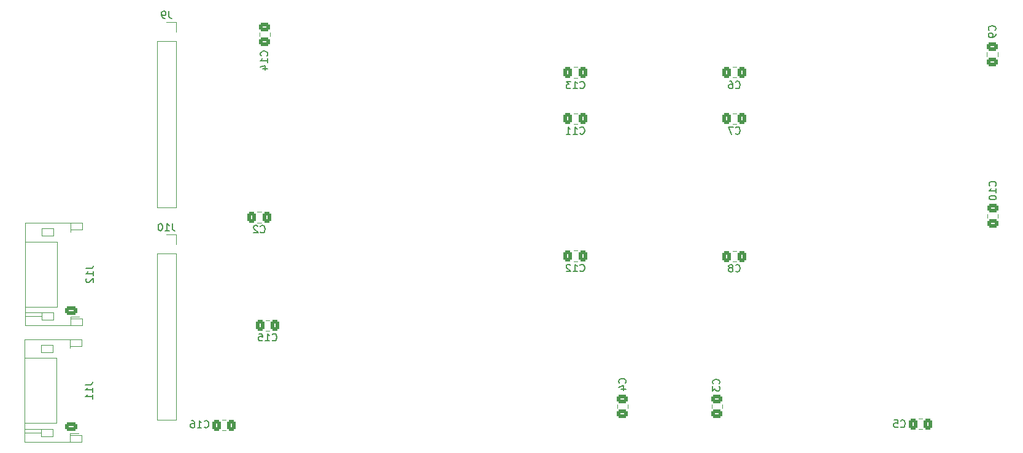
<source format=gbo>
G04 #@! TF.GenerationSoftware,KiCad,Pcbnew,8.0.9*
G04 #@! TF.CreationDate,2025-04-09T11:12:09-04:00*
G04 #@! TF.ProjectId,RAMEXPB_V3,52414d45-5850-4425-9f56-332e6b696361,rev?*
G04 #@! TF.SameCoordinates,Original*
G04 #@! TF.FileFunction,Legend,Bot*
G04 #@! TF.FilePolarity,Positive*
%FSLAX46Y46*%
G04 Gerber Fmt 4.6, Leading zero omitted, Abs format (unit mm)*
G04 Created by KiCad (PCBNEW 8.0.9) date 2025-04-09 11:12:09*
%MOMM*%
%LPD*%
G01*
G04 APERTURE LIST*
G04 Aperture macros list*
%AMRoundRect*
0 Rectangle with rounded corners*
0 $1 Rounding radius*
0 $2 $3 $4 $5 $6 $7 $8 $9 X,Y pos of 4 corners*
0 Add a 4 corners polygon primitive as box body*
4,1,4,$2,$3,$4,$5,$6,$7,$8,$9,$2,$3,0*
0 Add four circle primitives for the rounded corners*
1,1,$1+$1,$2,$3*
1,1,$1+$1,$4,$5*
1,1,$1+$1,$6,$7*
1,1,$1+$1,$8,$9*
0 Add four rect primitives between the rounded corners*
20,1,$1+$1,$2,$3,$4,$5,0*
20,1,$1+$1,$4,$5,$6,$7,0*
20,1,$1+$1,$6,$7,$8,$9,0*
20,1,$1+$1,$8,$9,$2,$3,0*%
G04 Aperture macros list end*
%ADD10C,0.150000*%
%ADD11C,0.120000*%
%ADD12C,3.200000*%
%ADD13RoundRect,0.250000X-0.337500X-0.475000X0.337500X-0.475000X0.337500X0.475000X-0.337500X0.475000X0*%
%ADD14R,1.700000X1.700000*%
%ADD15O,1.700000X1.700000*%
%ADD16RoundRect,0.250000X0.475000X-0.337500X0.475000X0.337500X-0.475000X0.337500X-0.475000X-0.337500X0*%
%ADD17RoundRect,0.250000X-0.475000X0.337500X-0.475000X-0.337500X0.475000X-0.337500X0.475000X0.337500X0*%
%ADD18RoundRect,0.250000X0.337500X0.475000X-0.337500X0.475000X-0.337500X-0.475000X0.337500X-0.475000X0*%
%ADD19RoundRect,0.250000X0.625000X-0.350000X0.625000X0.350000X-0.625000X0.350000X-0.625000X-0.350000X0*%
%ADD20O,1.750000X1.200000*%
G04 APERTURE END LIST*
D10*
X173621666Y-115744580D02*
X173669285Y-115792200D01*
X173669285Y-115792200D02*
X173812142Y-115839819D01*
X173812142Y-115839819D02*
X173907380Y-115839819D01*
X173907380Y-115839819D02*
X174050237Y-115792200D01*
X174050237Y-115792200D02*
X174145475Y-115696961D01*
X174145475Y-115696961D02*
X174193094Y-115601723D01*
X174193094Y-115601723D02*
X174240713Y-115411247D01*
X174240713Y-115411247D02*
X174240713Y-115268390D01*
X174240713Y-115268390D02*
X174193094Y-115077914D01*
X174193094Y-115077914D02*
X174145475Y-114982676D01*
X174145475Y-114982676D02*
X174050237Y-114887438D01*
X174050237Y-114887438D02*
X173907380Y-114839819D01*
X173907380Y-114839819D02*
X173812142Y-114839819D01*
X173812142Y-114839819D02*
X173669285Y-114887438D01*
X173669285Y-114887438D02*
X173621666Y-114935057D01*
X172764523Y-114839819D02*
X172954999Y-114839819D01*
X172954999Y-114839819D02*
X173050237Y-114887438D01*
X173050237Y-114887438D02*
X173097856Y-114935057D01*
X173097856Y-114935057D02*
X173193094Y-115077914D01*
X173193094Y-115077914D02*
X173240713Y-115268390D01*
X173240713Y-115268390D02*
X173240713Y-115649342D01*
X173240713Y-115649342D02*
X173193094Y-115744580D01*
X173193094Y-115744580D02*
X173145475Y-115792200D01*
X173145475Y-115792200D02*
X173050237Y-115839819D01*
X173050237Y-115839819D02*
X172859761Y-115839819D01*
X172859761Y-115839819D02*
X172764523Y-115792200D01*
X172764523Y-115792200D02*
X172716904Y-115744580D01*
X172716904Y-115744580D02*
X172669285Y-115649342D01*
X172669285Y-115649342D02*
X172669285Y-115411247D01*
X172669285Y-115411247D02*
X172716904Y-115316009D01*
X172716904Y-115316009D02*
X172764523Y-115268390D01*
X172764523Y-115268390D02*
X172859761Y-115220771D01*
X172859761Y-115220771D02*
X173050237Y-115220771D01*
X173050237Y-115220771D02*
X173145475Y-115268390D01*
X173145475Y-115268390D02*
X173193094Y-115316009D01*
X173193094Y-115316009D02*
X173240713Y-115411247D01*
X95443333Y-105154819D02*
X95443333Y-105869104D01*
X95443333Y-105869104D02*
X95490952Y-106011961D01*
X95490952Y-106011961D02*
X95586190Y-106107200D01*
X95586190Y-106107200D02*
X95729047Y-106154819D01*
X95729047Y-106154819D02*
X95824285Y-106154819D01*
X94919523Y-106154819D02*
X94729047Y-106154819D01*
X94729047Y-106154819D02*
X94633809Y-106107200D01*
X94633809Y-106107200D02*
X94586190Y-106059580D01*
X94586190Y-106059580D02*
X94490952Y-105916723D01*
X94490952Y-105916723D02*
X94443333Y-105726247D01*
X94443333Y-105726247D02*
X94443333Y-105345295D01*
X94443333Y-105345295D02*
X94490952Y-105250057D01*
X94490952Y-105250057D02*
X94538571Y-105202438D01*
X94538571Y-105202438D02*
X94633809Y-105154819D01*
X94633809Y-105154819D02*
X94824285Y-105154819D01*
X94824285Y-105154819D02*
X94919523Y-105202438D01*
X94919523Y-105202438D02*
X94967142Y-105250057D01*
X94967142Y-105250057D02*
X95014761Y-105345295D01*
X95014761Y-105345295D02*
X95014761Y-105583390D01*
X95014761Y-105583390D02*
X94967142Y-105678628D01*
X94967142Y-105678628D02*
X94919523Y-105726247D01*
X94919523Y-105726247D02*
X94824285Y-105773866D01*
X94824285Y-105773866D02*
X94633809Y-105773866D01*
X94633809Y-105773866D02*
X94538571Y-105726247D01*
X94538571Y-105726247D02*
X94490952Y-105678628D01*
X94490952Y-105678628D02*
X94443333Y-105583390D01*
X158404580Y-156448333D02*
X158452200Y-156400714D01*
X158452200Y-156400714D02*
X158499819Y-156257857D01*
X158499819Y-156257857D02*
X158499819Y-156162619D01*
X158499819Y-156162619D02*
X158452200Y-156019762D01*
X158452200Y-156019762D02*
X158356961Y-155924524D01*
X158356961Y-155924524D02*
X158261723Y-155876905D01*
X158261723Y-155876905D02*
X158071247Y-155829286D01*
X158071247Y-155829286D02*
X157928390Y-155829286D01*
X157928390Y-155829286D02*
X157737914Y-155876905D01*
X157737914Y-155876905D02*
X157642676Y-155924524D01*
X157642676Y-155924524D02*
X157547438Y-156019762D01*
X157547438Y-156019762D02*
X157499819Y-156162619D01*
X157499819Y-156162619D02*
X157499819Y-156257857D01*
X157499819Y-156257857D02*
X157547438Y-156400714D01*
X157547438Y-156400714D02*
X157595057Y-156448333D01*
X157833152Y-157305476D02*
X158499819Y-157305476D01*
X157452200Y-157067381D02*
X158166485Y-156829286D01*
X158166485Y-156829286D02*
X158166485Y-157448333D01*
X109697857Y-150554580D02*
X109745476Y-150602200D01*
X109745476Y-150602200D02*
X109888333Y-150649819D01*
X109888333Y-150649819D02*
X109983571Y-150649819D01*
X109983571Y-150649819D02*
X110126428Y-150602200D01*
X110126428Y-150602200D02*
X110221666Y-150506961D01*
X110221666Y-150506961D02*
X110269285Y-150411723D01*
X110269285Y-150411723D02*
X110316904Y-150221247D01*
X110316904Y-150221247D02*
X110316904Y-150078390D01*
X110316904Y-150078390D02*
X110269285Y-149887914D01*
X110269285Y-149887914D02*
X110221666Y-149792676D01*
X110221666Y-149792676D02*
X110126428Y-149697438D01*
X110126428Y-149697438D02*
X109983571Y-149649819D01*
X109983571Y-149649819D02*
X109888333Y-149649819D01*
X109888333Y-149649819D02*
X109745476Y-149697438D01*
X109745476Y-149697438D02*
X109697857Y-149745057D01*
X108745476Y-150649819D02*
X109316904Y-150649819D01*
X109031190Y-150649819D02*
X109031190Y-149649819D01*
X109031190Y-149649819D02*
X109126428Y-149792676D01*
X109126428Y-149792676D02*
X109221666Y-149887914D01*
X109221666Y-149887914D02*
X109316904Y-149935533D01*
X107840714Y-149649819D02*
X108316904Y-149649819D01*
X108316904Y-149649819D02*
X108364523Y-150126009D01*
X108364523Y-150126009D02*
X108316904Y-150078390D01*
X108316904Y-150078390D02*
X108221666Y-150030771D01*
X108221666Y-150030771D02*
X107983571Y-150030771D01*
X107983571Y-150030771D02*
X107888333Y-150078390D01*
X107888333Y-150078390D02*
X107840714Y-150126009D01*
X107840714Y-150126009D02*
X107793095Y-150221247D01*
X107793095Y-150221247D02*
X107793095Y-150459342D01*
X107793095Y-150459342D02*
X107840714Y-150554580D01*
X107840714Y-150554580D02*
X107888333Y-150602200D01*
X107888333Y-150602200D02*
X107983571Y-150649819D01*
X107983571Y-150649819D02*
X108221666Y-150649819D01*
X108221666Y-150649819D02*
X108316904Y-150602200D01*
X108316904Y-150602200D02*
X108364523Y-150554580D01*
X173621666Y-141034580D02*
X173669285Y-141082200D01*
X173669285Y-141082200D02*
X173812142Y-141129819D01*
X173812142Y-141129819D02*
X173907380Y-141129819D01*
X173907380Y-141129819D02*
X174050237Y-141082200D01*
X174050237Y-141082200D02*
X174145475Y-140986961D01*
X174145475Y-140986961D02*
X174193094Y-140891723D01*
X174193094Y-140891723D02*
X174240713Y-140701247D01*
X174240713Y-140701247D02*
X174240713Y-140558390D01*
X174240713Y-140558390D02*
X174193094Y-140367914D01*
X174193094Y-140367914D02*
X174145475Y-140272676D01*
X174145475Y-140272676D02*
X174050237Y-140177438D01*
X174050237Y-140177438D02*
X173907380Y-140129819D01*
X173907380Y-140129819D02*
X173812142Y-140129819D01*
X173812142Y-140129819D02*
X173669285Y-140177438D01*
X173669285Y-140177438D02*
X173621666Y-140225057D01*
X173050237Y-140558390D02*
X173145475Y-140510771D01*
X173145475Y-140510771D02*
X173193094Y-140463152D01*
X173193094Y-140463152D02*
X173240713Y-140367914D01*
X173240713Y-140367914D02*
X173240713Y-140320295D01*
X173240713Y-140320295D02*
X173193094Y-140225057D01*
X173193094Y-140225057D02*
X173145475Y-140177438D01*
X173145475Y-140177438D02*
X173050237Y-140129819D01*
X173050237Y-140129819D02*
X172859761Y-140129819D01*
X172859761Y-140129819D02*
X172764523Y-140177438D01*
X172764523Y-140177438D02*
X172716904Y-140225057D01*
X172716904Y-140225057D02*
X172669285Y-140320295D01*
X172669285Y-140320295D02*
X172669285Y-140367914D01*
X172669285Y-140367914D02*
X172716904Y-140463152D01*
X172716904Y-140463152D02*
X172764523Y-140510771D01*
X172764523Y-140510771D02*
X172859761Y-140558390D01*
X172859761Y-140558390D02*
X173050237Y-140558390D01*
X173050237Y-140558390D02*
X173145475Y-140606009D01*
X173145475Y-140606009D02*
X173193094Y-140653628D01*
X173193094Y-140653628D02*
X173240713Y-140748866D01*
X173240713Y-140748866D02*
X173240713Y-140939342D01*
X173240713Y-140939342D02*
X173193094Y-141034580D01*
X173193094Y-141034580D02*
X173145475Y-141082200D01*
X173145475Y-141082200D02*
X173050237Y-141129819D01*
X173050237Y-141129819D02*
X172859761Y-141129819D01*
X172859761Y-141129819D02*
X172764523Y-141082200D01*
X172764523Y-141082200D02*
X172716904Y-141034580D01*
X172716904Y-141034580D02*
X172669285Y-140939342D01*
X172669285Y-140939342D02*
X172669285Y-140748866D01*
X172669285Y-140748866D02*
X172716904Y-140653628D01*
X172716904Y-140653628D02*
X172764523Y-140606009D01*
X172764523Y-140606009D02*
X172859761Y-140558390D01*
X95919523Y-134454819D02*
X95919523Y-135169104D01*
X95919523Y-135169104D02*
X95967142Y-135311961D01*
X95967142Y-135311961D02*
X96062380Y-135407200D01*
X96062380Y-135407200D02*
X96205237Y-135454819D01*
X96205237Y-135454819D02*
X96300475Y-135454819D01*
X94919523Y-135454819D02*
X95490951Y-135454819D01*
X95205237Y-135454819D02*
X95205237Y-134454819D01*
X95205237Y-134454819D02*
X95300475Y-134597676D01*
X95300475Y-134597676D02*
X95395713Y-134692914D01*
X95395713Y-134692914D02*
X95490951Y-134740533D01*
X94300475Y-134454819D02*
X94205237Y-134454819D01*
X94205237Y-134454819D02*
X94109999Y-134502438D01*
X94109999Y-134502438D02*
X94062380Y-134550057D01*
X94062380Y-134550057D02*
X94014761Y-134645295D01*
X94014761Y-134645295D02*
X93967142Y-134835771D01*
X93967142Y-134835771D02*
X93967142Y-135073866D01*
X93967142Y-135073866D02*
X94014761Y-135264342D01*
X94014761Y-135264342D02*
X94062380Y-135359580D01*
X94062380Y-135359580D02*
X94109999Y-135407200D01*
X94109999Y-135407200D02*
X94205237Y-135454819D01*
X94205237Y-135454819D02*
X94300475Y-135454819D01*
X94300475Y-135454819D02*
X94395713Y-135407200D01*
X94395713Y-135407200D02*
X94443332Y-135359580D01*
X94443332Y-135359580D02*
X94490951Y-135264342D01*
X94490951Y-135264342D02*
X94538570Y-135073866D01*
X94538570Y-135073866D02*
X94538570Y-134835771D01*
X94538570Y-134835771D02*
X94490951Y-134645295D01*
X94490951Y-134645295D02*
X94443332Y-134550057D01*
X94443332Y-134550057D02*
X94395713Y-134502438D01*
X94395713Y-134502438D02*
X94300475Y-134454819D01*
X196401666Y-162474580D02*
X196449285Y-162522200D01*
X196449285Y-162522200D02*
X196592142Y-162569819D01*
X196592142Y-162569819D02*
X196687380Y-162569819D01*
X196687380Y-162569819D02*
X196830237Y-162522200D01*
X196830237Y-162522200D02*
X196925475Y-162426961D01*
X196925475Y-162426961D02*
X196973094Y-162331723D01*
X196973094Y-162331723D02*
X197020713Y-162141247D01*
X197020713Y-162141247D02*
X197020713Y-161998390D01*
X197020713Y-161998390D02*
X196973094Y-161807914D01*
X196973094Y-161807914D02*
X196925475Y-161712676D01*
X196925475Y-161712676D02*
X196830237Y-161617438D01*
X196830237Y-161617438D02*
X196687380Y-161569819D01*
X196687380Y-161569819D02*
X196592142Y-161569819D01*
X196592142Y-161569819D02*
X196449285Y-161617438D01*
X196449285Y-161617438D02*
X196401666Y-161665057D01*
X195496904Y-161569819D02*
X195973094Y-161569819D01*
X195973094Y-161569819D02*
X196020713Y-162046009D01*
X196020713Y-162046009D02*
X195973094Y-161998390D01*
X195973094Y-161998390D02*
X195877856Y-161950771D01*
X195877856Y-161950771D02*
X195639761Y-161950771D01*
X195639761Y-161950771D02*
X195544523Y-161998390D01*
X195544523Y-161998390D02*
X195496904Y-162046009D01*
X195496904Y-162046009D02*
X195449285Y-162141247D01*
X195449285Y-162141247D02*
X195449285Y-162379342D01*
X195449285Y-162379342D02*
X195496904Y-162474580D01*
X195496904Y-162474580D02*
X195544523Y-162522200D01*
X195544523Y-162522200D02*
X195639761Y-162569819D01*
X195639761Y-162569819D02*
X195877856Y-162569819D01*
X195877856Y-162569819D02*
X195973094Y-162522200D01*
X195973094Y-162522200D02*
X196020713Y-162474580D01*
X108974580Y-111312142D02*
X109022200Y-111264523D01*
X109022200Y-111264523D02*
X109069819Y-111121666D01*
X109069819Y-111121666D02*
X109069819Y-111026428D01*
X109069819Y-111026428D02*
X109022200Y-110883571D01*
X109022200Y-110883571D02*
X108926961Y-110788333D01*
X108926961Y-110788333D02*
X108831723Y-110740714D01*
X108831723Y-110740714D02*
X108641247Y-110693095D01*
X108641247Y-110693095D02*
X108498390Y-110693095D01*
X108498390Y-110693095D02*
X108307914Y-110740714D01*
X108307914Y-110740714D02*
X108212676Y-110788333D01*
X108212676Y-110788333D02*
X108117438Y-110883571D01*
X108117438Y-110883571D02*
X108069819Y-111026428D01*
X108069819Y-111026428D02*
X108069819Y-111121666D01*
X108069819Y-111121666D02*
X108117438Y-111264523D01*
X108117438Y-111264523D02*
X108165057Y-111312142D01*
X109069819Y-112264523D02*
X109069819Y-111693095D01*
X109069819Y-111978809D02*
X108069819Y-111978809D01*
X108069819Y-111978809D02*
X108212676Y-111883571D01*
X108212676Y-111883571D02*
X108307914Y-111788333D01*
X108307914Y-111788333D02*
X108355533Y-111693095D01*
X108403152Y-113121666D02*
X109069819Y-113121666D01*
X108022200Y-112883571D02*
X108736485Y-112645476D01*
X108736485Y-112645476D02*
X108736485Y-113264523D01*
X108071666Y-135644580D02*
X108119285Y-135692200D01*
X108119285Y-135692200D02*
X108262142Y-135739819D01*
X108262142Y-135739819D02*
X108357380Y-135739819D01*
X108357380Y-135739819D02*
X108500237Y-135692200D01*
X108500237Y-135692200D02*
X108595475Y-135596961D01*
X108595475Y-135596961D02*
X108643094Y-135501723D01*
X108643094Y-135501723D02*
X108690713Y-135311247D01*
X108690713Y-135311247D02*
X108690713Y-135168390D01*
X108690713Y-135168390D02*
X108643094Y-134977914D01*
X108643094Y-134977914D02*
X108595475Y-134882676D01*
X108595475Y-134882676D02*
X108500237Y-134787438D01*
X108500237Y-134787438D02*
X108357380Y-134739819D01*
X108357380Y-134739819D02*
X108262142Y-134739819D01*
X108262142Y-134739819D02*
X108119285Y-134787438D01*
X108119285Y-134787438D02*
X108071666Y-134835057D01*
X107690713Y-134835057D02*
X107643094Y-134787438D01*
X107643094Y-134787438D02*
X107547856Y-134739819D01*
X107547856Y-134739819D02*
X107309761Y-134739819D01*
X107309761Y-134739819D02*
X107214523Y-134787438D01*
X107214523Y-134787438D02*
X107166904Y-134835057D01*
X107166904Y-134835057D02*
X107119285Y-134930295D01*
X107119285Y-134930295D02*
X107119285Y-135025533D01*
X107119285Y-135025533D02*
X107166904Y-135168390D01*
X107166904Y-135168390D02*
X107738332Y-135739819D01*
X107738332Y-135739819D02*
X107119285Y-135739819D01*
X209494580Y-129272142D02*
X209542200Y-129224523D01*
X209542200Y-129224523D02*
X209589819Y-129081666D01*
X209589819Y-129081666D02*
X209589819Y-128986428D01*
X209589819Y-128986428D02*
X209542200Y-128843571D01*
X209542200Y-128843571D02*
X209446961Y-128748333D01*
X209446961Y-128748333D02*
X209351723Y-128700714D01*
X209351723Y-128700714D02*
X209161247Y-128653095D01*
X209161247Y-128653095D02*
X209018390Y-128653095D01*
X209018390Y-128653095D02*
X208827914Y-128700714D01*
X208827914Y-128700714D02*
X208732676Y-128748333D01*
X208732676Y-128748333D02*
X208637438Y-128843571D01*
X208637438Y-128843571D02*
X208589819Y-128986428D01*
X208589819Y-128986428D02*
X208589819Y-129081666D01*
X208589819Y-129081666D02*
X208637438Y-129224523D01*
X208637438Y-129224523D02*
X208685057Y-129272142D01*
X209589819Y-130224523D02*
X209589819Y-129653095D01*
X209589819Y-129938809D02*
X208589819Y-129938809D01*
X208589819Y-129938809D02*
X208732676Y-129843571D01*
X208732676Y-129843571D02*
X208827914Y-129748333D01*
X208827914Y-129748333D02*
X208875533Y-129653095D01*
X208589819Y-130843571D02*
X208589819Y-130938809D01*
X208589819Y-130938809D02*
X208637438Y-131034047D01*
X208637438Y-131034047D02*
X208685057Y-131081666D01*
X208685057Y-131081666D02*
X208780295Y-131129285D01*
X208780295Y-131129285D02*
X208970771Y-131176904D01*
X208970771Y-131176904D02*
X209208866Y-131176904D01*
X209208866Y-131176904D02*
X209399342Y-131129285D01*
X209399342Y-131129285D02*
X209494580Y-131081666D01*
X209494580Y-131081666D02*
X209542200Y-131034047D01*
X209542200Y-131034047D02*
X209589819Y-130938809D01*
X209589819Y-130938809D02*
X209589819Y-130843571D01*
X209589819Y-130843571D02*
X209542200Y-130748333D01*
X209542200Y-130748333D02*
X209494580Y-130700714D01*
X209494580Y-130700714D02*
X209399342Y-130653095D01*
X209399342Y-130653095D02*
X209208866Y-130605476D01*
X209208866Y-130605476D02*
X208970771Y-130605476D01*
X208970771Y-130605476D02*
X208780295Y-130653095D01*
X208780295Y-130653095D02*
X208685057Y-130700714D01*
X208685057Y-130700714D02*
X208637438Y-130748333D01*
X208637438Y-130748333D02*
X208589819Y-130843571D01*
X152162857Y-115759580D02*
X152210476Y-115807200D01*
X152210476Y-115807200D02*
X152353333Y-115854819D01*
X152353333Y-115854819D02*
X152448571Y-115854819D01*
X152448571Y-115854819D02*
X152591428Y-115807200D01*
X152591428Y-115807200D02*
X152686666Y-115711961D01*
X152686666Y-115711961D02*
X152734285Y-115616723D01*
X152734285Y-115616723D02*
X152781904Y-115426247D01*
X152781904Y-115426247D02*
X152781904Y-115283390D01*
X152781904Y-115283390D02*
X152734285Y-115092914D01*
X152734285Y-115092914D02*
X152686666Y-114997676D01*
X152686666Y-114997676D02*
X152591428Y-114902438D01*
X152591428Y-114902438D02*
X152448571Y-114854819D01*
X152448571Y-114854819D02*
X152353333Y-114854819D01*
X152353333Y-114854819D02*
X152210476Y-114902438D01*
X152210476Y-114902438D02*
X152162857Y-114950057D01*
X151210476Y-115854819D02*
X151781904Y-115854819D01*
X151496190Y-115854819D02*
X151496190Y-114854819D01*
X151496190Y-114854819D02*
X151591428Y-114997676D01*
X151591428Y-114997676D02*
X151686666Y-115092914D01*
X151686666Y-115092914D02*
X151781904Y-115140533D01*
X150877142Y-114854819D02*
X150258095Y-114854819D01*
X150258095Y-114854819D02*
X150591428Y-115235771D01*
X150591428Y-115235771D02*
X150448571Y-115235771D01*
X150448571Y-115235771D02*
X150353333Y-115283390D01*
X150353333Y-115283390D02*
X150305714Y-115331009D01*
X150305714Y-115331009D02*
X150258095Y-115426247D01*
X150258095Y-115426247D02*
X150258095Y-115664342D01*
X150258095Y-115664342D02*
X150305714Y-115759580D01*
X150305714Y-115759580D02*
X150353333Y-115807200D01*
X150353333Y-115807200D02*
X150448571Y-115854819D01*
X150448571Y-115854819D02*
X150734285Y-115854819D01*
X150734285Y-115854819D02*
X150829523Y-115807200D01*
X150829523Y-115807200D02*
X150877142Y-115759580D01*
X171334580Y-156578333D02*
X171382200Y-156530714D01*
X171382200Y-156530714D02*
X171429819Y-156387857D01*
X171429819Y-156387857D02*
X171429819Y-156292619D01*
X171429819Y-156292619D02*
X171382200Y-156149762D01*
X171382200Y-156149762D02*
X171286961Y-156054524D01*
X171286961Y-156054524D02*
X171191723Y-156006905D01*
X171191723Y-156006905D02*
X171001247Y-155959286D01*
X171001247Y-155959286D02*
X170858390Y-155959286D01*
X170858390Y-155959286D02*
X170667914Y-156006905D01*
X170667914Y-156006905D02*
X170572676Y-156054524D01*
X170572676Y-156054524D02*
X170477438Y-156149762D01*
X170477438Y-156149762D02*
X170429819Y-156292619D01*
X170429819Y-156292619D02*
X170429819Y-156387857D01*
X170429819Y-156387857D02*
X170477438Y-156530714D01*
X170477438Y-156530714D02*
X170525057Y-156578333D01*
X170429819Y-156911667D02*
X170429819Y-157530714D01*
X170429819Y-157530714D02*
X170810771Y-157197381D01*
X170810771Y-157197381D02*
X170810771Y-157340238D01*
X170810771Y-157340238D02*
X170858390Y-157435476D01*
X170858390Y-157435476D02*
X170906009Y-157483095D01*
X170906009Y-157483095D02*
X171001247Y-157530714D01*
X171001247Y-157530714D02*
X171239342Y-157530714D01*
X171239342Y-157530714D02*
X171334580Y-157483095D01*
X171334580Y-157483095D02*
X171382200Y-157435476D01*
X171382200Y-157435476D02*
X171429819Y-157340238D01*
X171429819Y-157340238D02*
X171429819Y-157054524D01*
X171429819Y-157054524D02*
X171382200Y-156959286D01*
X171382200Y-156959286D02*
X171334580Y-156911667D01*
X209414580Y-107808333D02*
X209462200Y-107760714D01*
X209462200Y-107760714D02*
X209509819Y-107617857D01*
X209509819Y-107617857D02*
X209509819Y-107522619D01*
X209509819Y-107522619D02*
X209462200Y-107379762D01*
X209462200Y-107379762D02*
X209366961Y-107284524D01*
X209366961Y-107284524D02*
X209271723Y-107236905D01*
X209271723Y-107236905D02*
X209081247Y-107189286D01*
X209081247Y-107189286D02*
X208938390Y-107189286D01*
X208938390Y-107189286D02*
X208747914Y-107236905D01*
X208747914Y-107236905D02*
X208652676Y-107284524D01*
X208652676Y-107284524D02*
X208557438Y-107379762D01*
X208557438Y-107379762D02*
X208509819Y-107522619D01*
X208509819Y-107522619D02*
X208509819Y-107617857D01*
X208509819Y-107617857D02*
X208557438Y-107760714D01*
X208557438Y-107760714D02*
X208605057Y-107808333D01*
X209509819Y-108284524D02*
X209509819Y-108475000D01*
X209509819Y-108475000D02*
X209462200Y-108570238D01*
X209462200Y-108570238D02*
X209414580Y-108617857D01*
X209414580Y-108617857D02*
X209271723Y-108713095D01*
X209271723Y-108713095D02*
X209081247Y-108760714D01*
X209081247Y-108760714D02*
X208700295Y-108760714D01*
X208700295Y-108760714D02*
X208605057Y-108713095D01*
X208605057Y-108713095D02*
X208557438Y-108665476D01*
X208557438Y-108665476D02*
X208509819Y-108570238D01*
X208509819Y-108570238D02*
X208509819Y-108379762D01*
X208509819Y-108379762D02*
X208557438Y-108284524D01*
X208557438Y-108284524D02*
X208605057Y-108236905D01*
X208605057Y-108236905D02*
X208700295Y-108189286D01*
X208700295Y-108189286D02*
X208938390Y-108189286D01*
X208938390Y-108189286D02*
X209033628Y-108236905D01*
X209033628Y-108236905D02*
X209081247Y-108284524D01*
X209081247Y-108284524D02*
X209128866Y-108379762D01*
X209128866Y-108379762D02*
X209128866Y-108570238D01*
X209128866Y-108570238D02*
X209081247Y-108665476D01*
X209081247Y-108665476D02*
X209033628Y-108713095D01*
X209033628Y-108713095D02*
X208938390Y-108760714D01*
X100327857Y-162534580D02*
X100375476Y-162582200D01*
X100375476Y-162582200D02*
X100518333Y-162629819D01*
X100518333Y-162629819D02*
X100613571Y-162629819D01*
X100613571Y-162629819D02*
X100756428Y-162582200D01*
X100756428Y-162582200D02*
X100851666Y-162486961D01*
X100851666Y-162486961D02*
X100899285Y-162391723D01*
X100899285Y-162391723D02*
X100946904Y-162201247D01*
X100946904Y-162201247D02*
X100946904Y-162058390D01*
X100946904Y-162058390D02*
X100899285Y-161867914D01*
X100899285Y-161867914D02*
X100851666Y-161772676D01*
X100851666Y-161772676D02*
X100756428Y-161677438D01*
X100756428Y-161677438D02*
X100613571Y-161629819D01*
X100613571Y-161629819D02*
X100518333Y-161629819D01*
X100518333Y-161629819D02*
X100375476Y-161677438D01*
X100375476Y-161677438D02*
X100327857Y-161725057D01*
X99375476Y-162629819D02*
X99946904Y-162629819D01*
X99661190Y-162629819D02*
X99661190Y-161629819D01*
X99661190Y-161629819D02*
X99756428Y-161772676D01*
X99756428Y-161772676D02*
X99851666Y-161867914D01*
X99851666Y-161867914D02*
X99946904Y-161915533D01*
X98518333Y-161629819D02*
X98708809Y-161629819D01*
X98708809Y-161629819D02*
X98804047Y-161677438D01*
X98804047Y-161677438D02*
X98851666Y-161725057D01*
X98851666Y-161725057D02*
X98946904Y-161867914D01*
X98946904Y-161867914D02*
X98994523Y-162058390D01*
X98994523Y-162058390D02*
X98994523Y-162439342D01*
X98994523Y-162439342D02*
X98946904Y-162534580D01*
X98946904Y-162534580D02*
X98899285Y-162582200D01*
X98899285Y-162582200D02*
X98804047Y-162629819D01*
X98804047Y-162629819D02*
X98613571Y-162629819D01*
X98613571Y-162629819D02*
X98518333Y-162582200D01*
X98518333Y-162582200D02*
X98470714Y-162534580D01*
X98470714Y-162534580D02*
X98423095Y-162439342D01*
X98423095Y-162439342D02*
X98423095Y-162201247D01*
X98423095Y-162201247D02*
X98470714Y-162106009D01*
X98470714Y-162106009D02*
X98518333Y-162058390D01*
X98518333Y-162058390D02*
X98613571Y-162010771D01*
X98613571Y-162010771D02*
X98804047Y-162010771D01*
X98804047Y-162010771D02*
X98899285Y-162058390D01*
X98899285Y-162058390D02*
X98946904Y-162106009D01*
X98946904Y-162106009D02*
X98994523Y-162201247D01*
X83919819Y-156690476D02*
X84634104Y-156690476D01*
X84634104Y-156690476D02*
X84776961Y-156642857D01*
X84776961Y-156642857D02*
X84872200Y-156547619D01*
X84872200Y-156547619D02*
X84919819Y-156404762D01*
X84919819Y-156404762D02*
X84919819Y-156309524D01*
X84919819Y-157690476D02*
X84919819Y-157119048D01*
X84919819Y-157404762D02*
X83919819Y-157404762D01*
X83919819Y-157404762D02*
X84062676Y-157309524D01*
X84062676Y-157309524D02*
X84157914Y-157214286D01*
X84157914Y-157214286D02*
X84205533Y-157119048D01*
X84919819Y-158642857D02*
X84919819Y-158071429D01*
X84919819Y-158357143D02*
X83919819Y-158357143D01*
X83919819Y-158357143D02*
X84062676Y-158261905D01*
X84062676Y-158261905D02*
X84157914Y-158166667D01*
X84157914Y-158166667D02*
X84205533Y-158071429D01*
X152162857Y-122029580D02*
X152210476Y-122077200D01*
X152210476Y-122077200D02*
X152353333Y-122124819D01*
X152353333Y-122124819D02*
X152448571Y-122124819D01*
X152448571Y-122124819D02*
X152591428Y-122077200D01*
X152591428Y-122077200D02*
X152686666Y-121981961D01*
X152686666Y-121981961D02*
X152734285Y-121886723D01*
X152734285Y-121886723D02*
X152781904Y-121696247D01*
X152781904Y-121696247D02*
X152781904Y-121553390D01*
X152781904Y-121553390D02*
X152734285Y-121362914D01*
X152734285Y-121362914D02*
X152686666Y-121267676D01*
X152686666Y-121267676D02*
X152591428Y-121172438D01*
X152591428Y-121172438D02*
X152448571Y-121124819D01*
X152448571Y-121124819D02*
X152353333Y-121124819D01*
X152353333Y-121124819D02*
X152210476Y-121172438D01*
X152210476Y-121172438D02*
X152162857Y-121220057D01*
X151210476Y-122124819D02*
X151781904Y-122124819D01*
X151496190Y-122124819D02*
X151496190Y-121124819D01*
X151496190Y-121124819D02*
X151591428Y-121267676D01*
X151591428Y-121267676D02*
X151686666Y-121362914D01*
X151686666Y-121362914D02*
X151781904Y-121410533D01*
X150258095Y-122124819D02*
X150829523Y-122124819D01*
X150543809Y-122124819D02*
X150543809Y-121124819D01*
X150543809Y-121124819D02*
X150639047Y-121267676D01*
X150639047Y-121267676D02*
X150734285Y-121362914D01*
X150734285Y-121362914D02*
X150829523Y-121410533D01*
X152162857Y-140979580D02*
X152210476Y-141027200D01*
X152210476Y-141027200D02*
X152353333Y-141074819D01*
X152353333Y-141074819D02*
X152448571Y-141074819D01*
X152448571Y-141074819D02*
X152591428Y-141027200D01*
X152591428Y-141027200D02*
X152686666Y-140931961D01*
X152686666Y-140931961D02*
X152734285Y-140836723D01*
X152734285Y-140836723D02*
X152781904Y-140646247D01*
X152781904Y-140646247D02*
X152781904Y-140503390D01*
X152781904Y-140503390D02*
X152734285Y-140312914D01*
X152734285Y-140312914D02*
X152686666Y-140217676D01*
X152686666Y-140217676D02*
X152591428Y-140122438D01*
X152591428Y-140122438D02*
X152448571Y-140074819D01*
X152448571Y-140074819D02*
X152353333Y-140074819D01*
X152353333Y-140074819D02*
X152210476Y-140122438D01*
X152210476Y-140122438D02*
X152162857Y-140170057D01*
X151210476Y-141074819D02*
X151781904Y-141074819D01*
X151496190Y-141074819D02*
X151496190Y-140074819D01*
X151496190Y-140074819D02*
X151591428Y-140217676D01*
X151591428Y-140217676D02*
X151686666Y-140312914D01*
X151686666Y-140312914D02*
X151781904Y-140360533D01*
X150829523Y-140170057D02*
X150781904Y-140122438D01*
X150781904Y-140122438D02*
X150686666Y-140074819D01*
X150686666Y-140074819D02*
X150448571Y-140074819D01*
X150448571Y-140074819D02*
X150353333Y-140122438D01*
X150353333Y-140122438D02*
X150305714Y-140170057D01*
X150305714Y-140170057D02*
X150258095Y-140265295D01*
X150258095Y-140265295D02*
X150258095Y-140360533D01*
X150258095Y-140360533D02*
X150305714Y-140503390D01*
X150305714Y-140503390D02*
X150877142Y-141074819D01*
X150877142Y-141074819D02*
X150258095Y-141074819D01*
X83999819Y-140645476D02*
X84714104Y-140645476D01*
X84714104Y-140645476D02*
X84856961Y-140597857D01*
X84856961Y-140597857D02*
X84952200Y-140502619D01*
X84952200Y-140502619D02*
X84999819Y-140359762D01*
X84999819Y-140359762D02*
X84999819Y-140264524D01*
X84999819Y-141645476D02*
X84999819Y-141074048D01*
X84999819Y-141359762D02*
X83999819Y-141359762D01*
X83999819Y-141359762D02*
X84142676Y-141264524D01*
X84142676Y-141264524D02*
X84237914Y-141169286D01*
X84237914Y-141169286D02*
X84285533Y-141074048D01*
X84095057Y-142026429D02*
X84047438Y-142074048D01*
X84047438Y-142074048D02*
X83999819Y-142169286D01*
X83999819Y-142169286D02*
X83999819Y-142407381D01*
X83999819Y-142407381D02*
X84047438Y-142502619D01*
X84047438Y-142502619D02*
X84095057Y-142550238D01*
X84095057Y-142550238D02*
X84190295Y-142597857D01*
X84190295Y-142597857D02*
X84285533Y-142597857D01*
X84285533Y-142597857D02*
X84428390Y-142550238D01*
X84428390Y-142550238D02*
X84999819Y-141978810D01*
X84999819Y-141978810D02*
X84999819Y-142597857D01*
X173621666Y-122029580D02*
X173669285Y-122077200D01*
X173669285Y-122077200D02*
X173812142Y-122124819D01*
X173812142Y-122124819D02*
X173907380Y-122124819D01*
X173907380Y-122124819D02*
X174050237Y-122077200D01*
X174050237Y-122077200D02*
X174145475Y-121981961D01*
X174145475Y-121981961D02*
X174193094Y-121886723D01*
X174193094Y-121886723D02*
X174240713Y-121696247D01*
X174240713Y-121696247D02*
X174240713Y-121553390D01*
X174240713Y-121553390D02*
X174193094Y-121362914D01*
X174193094Y-121362914D02*
X174145475Y-121267676D01*
X174145475Y-121267676D02*
X174050237Y-121172438D01*
X174050237Y-121172438D02*
X173907380Y-121124819D01*
X173907380Y-121124819D02*
X173812142Y-121124819D01*
X173812142Y-121124819D02*
X173669285Y-121172438D01*
X173669285Y-121172438D02*
X173621666Y-121220057D01*
X173288332Y-121124819D02*
X172621666Y-121124819D01*
X172621666Y-121124819D02*
X173050237Y-122124819D01*
D11*
G04 #@! TO.C,C6*
X173716252Y-112860000D02*
X173193748Y-112860000D01*
X173716252Y-114330000D02*
X173193748Y-114330000D01*
G04 #@! TO.C,J9*
X93780000Y-109300000D02*
X96440000Y-109300000D01*
X93780000Y-132220000D02*
X93780000Y-109300000D01*
X93780000Y-132220000D02*
X96440000Y-132220000D01*
X95110000Y-106700000D02*
X96440000Y-106700000D01*
X96440000Y-106700000D02*
X96440000Y-108030000D01*
X96440000Y-132220000D02*
X96440000Y-109300000D01*
G04 #@! TO.C,C4*
X157280000Y-159413748D02*
X157280000Y-159936252D01*
X158750000Y-159413748D02*
X158750000Y-159936252D01*
G04 #@! TO.C,C15*
X109316252Y-147780000D02*
X108793748Y-147780000D01*
X109316252Y-149250000D02*
X108793748Y-149250000D01*
G04 #@! TO.C,C8*
X173716252Y-138260000D02*
X173193748Y-138260000D01*
X173716252Y-139730000D02*
X173193748Y-139730000D01*
G04 #@! TO.C,J10*
X93780000Y-138600000D02*
X96440000Y-138600000D01*
X93780000Y-161520000D02*
X93780000Y-138600000D01*
X93780000Y-161520000D02*
X96440000Y-161520000D01*
X95110000Y-136000000D02*
X96440000Y-136000000D01*
X96440000Y-136000000D02*
X96440000Y-137330000D01*
X96440000Y-161520000D02*
X96440000Y-138600000D01*
G04 #@! TO.C,C5*
X199386252Y-161370000D02*
X198863748Y-161370000D01*
X199386252Y-162840000D02*
X198863748Y-162840000D01*
G04 #@! TO.C,C14*
X107930000Y-108616252D02*
X107930000Y-108093748D01*
X109400000Y-108616252D02*
X109400000Y-108093748D01*
G04 #@! TO.C,C2*
X108166252Y-132870000D02*
X107643748Y-132870000D01*
X108166252Y-134340000D02*
X107643748Y-134340000D01*
G04 #@! TO.C,C10*
X208360000Y-133656252D02*
X208360000Y-133133748D01*
X209830000Y-133656252D02*
X209830000Y-133133748D01*
G04 #@! TO.C,C13*
X151781252Y-112875000D02*
X151258748Y-112875000D01*
X151781252Y-114345000D02*
X151258748Y-114345000D01*
G04 #@! TO.C,C3*
X170310000Y-159413748D02*
X170310000Y-159936252D01*
X171780000Y-159413748D02*
X171780000Y-159936252D01*
G04 #@! TO.C,C9*
X208310000Y-111376252D02*
X208310000Y-110853748D01*
X209780000Y-111376252D02*
X209780000Y-110853748D01*
G04 #@! TO.C,C16*
X102793748Y-161530000D02*
X103316252Y-161530000D01*
X102793748Y-163000000D02*
X103316252Y-163000000D01*
G04 #@! TO.C,J11*
X75555000Y-150440000D02*
X75555000Y-164560000D01*
X75555000Y-153000000D02*
X79915000Y-153000000D01*
X75555000Y-162800000D02*
X77815000Y-162800000D01*
X75555000Y-163300000D02*
X77815000Y-163300000D01*
X75555000Y-164560000D02*
X83375000Y-164560000D01*
X77815000Y-151200000D02*
X79415000Y-151200000D01*
X77815000Y-152200000D02*
X77815000Y-151200000D01*
X77815000Y-162800000D02*
X77815000Y-163800000D01*
X77815000Y-163800000D02*
X79415000Y-163800000D01*
X79415000Y-151200000D02*
X79415000Y-152200000D01*
X79415000Y-152200000D02*
X77815000Y-152200000D01*
X79415000Y-162800000D02*
X77815000Y-162800000D01*
X79415000Y-163800000D02*
X79415000Y-162800000D01*
X79915000Y-153000000D02*
X79915000Y-162000000D01*
X79915000Y-162000000D02*
X75555000Y-162000000D01*
X81775000Y-151360000D02*
X81775000Y-150440000D01*
X81775000Y-151360000D02*
X83375000Y-151360000D01*
X81775000Y-151640000D02*
X81775000Y-151360000D01*
X81775000Y-163640000D02*
X81775000Y-163360000D01*
X81775000Y-163640000D02*
X81775000Y-164560000D01*
X82990000Y-163360000D02*
X81775000Y-163360000D01*
X83375000Y-150440000D02*
X75555000Y-150440000D01*
X83375000Y-151360000D02*
X83375000Y-150440000D01*
X83375000Y-163640000D02*
X81775000Y-163640000D01*
X83375000Y-164560000D02*
X83375000Y-163640000D01*
G04 #@! TO.C,C11*
X151781252Y-119255000D02*
X151258748Y-119255000D01*
X151781252Y-120725000D02*
X151258748Y-120725000D01*
G04 #@! TO.C,C12*
X151781252Y-138205000D02*
X151258748Y-138205000D01*
X151781252Y-139675000D02*
X151258748Y-139675000D01*
G04 #@! TO.C,J12*
X75635000Y-134395000D02*
X75635000Y-148515000D01*
X75635000Y-136955000D02*
X79995000Y-136955000D01*
X75635000Y-146755000D02*
X77895000Y-146755000D01*
X75635000Y-147255000D02*
X77895000Y-147255000D01*
X75635000Y-148515000D02*
X83455000Y-148515000D01*
X77895000Y-135155000D02*
X79495000Y-135155000D01*
X77895000Y-136155000D02*
X77895000Y-135155000D01*
X77895000Y-146755000D02*
X77895000Y-147755000D01*
X77895000Y-147755000D02*
X79495000Y-147755000D01*
X79495000Y-135155000D02*
X79495000Y-136155000D01*
X79495000Y-136155000D02*
X77895000Y-136155000D01*
X79495000Y-146755000D02*
X77895000Y-146755000D01*
X79495000Y-147755000D02*
X79495000Y-146755000D01*
X79995000Y-136955000D02*
X79995000Y-145955000D01*
X79995000Y-145955000D02*
X75635000Y-145955000D01*
X81855000Y-135315000D02*
X81855000Y-134395000D01*
X81855000Y-135315000D02*
X83455000Y-135315000D01*
X81855000Y-135595000D02*
X81855000Y-135315000D01*
X81855000Y-147595000D02*
X81855000Y-147315000D01*
X81855000Y-147595000D02*
X81855000Y-148515000D01*
X83070000Y-147315000D02*
X81855000Y-147315000D01*
X83455000Y-134395000D02*
X75635000Y-134395000D01*
X83455000Y-135315000D02*
X83455000Y-134395000D01*
X83455000Y-147595000D02*
X81855000Y-147595000D01*
X83455000Y-148515000D02*
X83455000Y-147595000D01*
G04 #@! TO.C,C7*
X173716252Y-119255000D02*
X173193748Y-119255000D01*
X173716252Y-120725000D02*
X173193748Y-120725000D01*
G04 #@! TD*
%LPC*%
D12*
G04 #@! TO.C,H1*
X207340000Y-160260000D03*
G04 #@! TD*
D13*
G04 #@! TO.C,C6*
X172417500Y-113595000D03*
X174492500Y-113595000D03*
G04 #@! TD*
D14*
G04 #@! TO.C,J9*
X95110000Y-108030000D03*
D15*
X95110000Y-110570000D03*
X95110000Y-113110000D03*
X95110000Y-115650000D03*
X95110000Y-118190000D03*
X95110000Y-120730000D03*
X95110000Y-123270000D03*
X95110000Y-125810000D03*
X95110000Y-128350000D03*
X95110000Y-130890000D03*
G04 #@! TD*
D16*
G04 #@! TO.C,C4*
X158015000Y-160712500D03*
X158015000Y-158637500D03*
G04 #@! TD*
D13*
G04 #@! TO.C,C15*
X108017500Y-148515000D03*
X110092500Y-148515000D03*
G04 #@! TD*
G04 #@! TO.C,C8*
X172417500Y-138995000D03*
X174492500Y-138995000D03*
G04 #@! TD*
D14*
G04 #@! TO.C,J10*
X95110000Y-137330000D03*
D15*
X95110000Y-139870000D03*
X95110000Y-142410000D03*
X95110000Y-144950000D03*
X95110000Y-147490000D03*
X95110000Y-150030000D03*
X95110000Y-152570000D03*
X95110000Y-155110000D03*
X95110000Y-157650000D03*
X95110000Y-160190000D03*
G04 #@! TD*
D13*
G04 #@! TO.C,C5*
X198087500Y-162105000D03*
X200162500Y-162105000D03*
G04 #@! TD*
D17*
G04 #@! TO.C,C14*
X108665000Y-107317500D03*
X108665000Y-109392500D03*
G04 #@! TD*
D13*
G04 #@! TO.C,C2*
X106867500Y-133605000D03*
X108942500Y-133605000D03*
G04 #@! TD*
D17*
G04 #@! TO.C,C10*
X209095000Y-132357500D03*
X209095000Y-134432500D03*
G04 #@! TD*
D13*
G04 #@! TO.C,C13*
X150482500Y-113610000D03*
X152557500Y-113610000D03*
G04 #@! TD*
D16*
G04 #@! TO.C,C3*
X171045000Y-160712500D03*
X171045000Y-158637500D03*
G04 #@! TD*
D14*
G04 #@! TO.C,J5*
X200560000Y-99291400D03*
D15*
X200560000Y-96751400D03*
X200560000Y-94211400D03*
X200560000Y-91671400D03*
X200560000Y-89131400D03*
X200560000Y-86591400D03*
X200560000Y-84051400D03*
X200560000Y-81511400D03*
X200560000Y-78971400D03*
X200560000Y-76431400D03*
X192940000Y-76431400D03*
X192940000Y-78971400D03*
X192940000Y-81511400D03*
X192940000Y-84051400D03*
X192940000Y-86591400D03*
X192940000Y-89131400D03*
X192940000Y-91671400D03*
X192940000Y-94211400D03*
X192940000Y-96751400D03*
X192940000Y-99291400D03*
G04 #@! TD*
D17*
G04 #@! TO.C,C9*
X209045000Y-110077500D03*
X209045000Y-112152500D03*
G04 #@! TD*
D18*
G04 #@! TO.C,C16*
X104092500Y-162265000D03*
X102017500Y-162265000D03*
G04 #@! TD*
D19*
G04 #@! TO.C,J11*
X81915000Y-162500000D03*
D20*
X81915000Y-160500000D03*
X81915000Y-158500000D03*
X81915000Y-156500000D03*
X81915000Y-154500000D03*
X81915000Y-152500000D03*
G04 #@! TD*
D13*
G04 #@! TO.C,C11*
X150482500Y-119990000D03*
X152557500Y-119990000D03*
G04 #@! TD*
G04 #@! TO.C,C12*
X150482500Y-138940000D03*
X152557500Y-138940000D03*
G04 #@! TD*
D14*
G04 #@! TO.C,J4*
X185410000Y-99291400D03*
D15*
X185410000Y-96751400D03*
X185410000Y-94211400D03*
X185410000Y-91671400D03*
X185410000Y-89131400D03*
X185410000Y-86591400D03*
X185410000Y-84051400D03*
X185410000Y-81511400D03*
X185410000Y-78971400D03*
X185410000Y-76431400D03*
X177790000Y-76431400D03*
X177790000Y-78971400D03*
X177790000Y-81511400D03*
X177790000Y-84051400D03*
X177790000Y-86591400D03*
X177790000Y-89131400D03*
X177790000Y-91671400D03*
X177790000Y-94211400D03*
X177790000Y-96751400D03*
X177790000Y-99291400D03*
G04 #@! TD*
D19*
G04 #@! TO.C,J12*
X81995000Y-146455000D03*
D20*
X81995000Y-144455000D03*
X81995000Y-142455000D03*
X81995000Y-140455000D03*
X81995000Y-138455000D03*
X81995000Y-136455000D03*
G04 #@! TD*
D14*
G04 #@! TO.C,J8*
X90175000Y-130995000D03*
D15*
X90175000Y-128455000D03*
X90175000Y-125915000D03*
X90175000Y-123375000D03*
X90175000Y-120835000D03*
X90175000Y-118295000D03*
X90175000Y-115755000D03*
X90175000Y-113215000D03*
X82555000Y-113215000D03*
X82555000Y-115755000D03*
X82555000Y-118295000D03*
X82555000Y-120835000D03*
X82555000Y-123375000D03*
X82555000Y-125915000D03*
X82555000Y-128455000D03*
X82555000Y-130995000D03*
G04 #@! TD*
D13*
G04 #@! TO.C,C7*
X172417500Y-119990000D03*
X174492500Y-119990000D03*
G04 #@! TD*
%LPD*%
M02*

</source>
